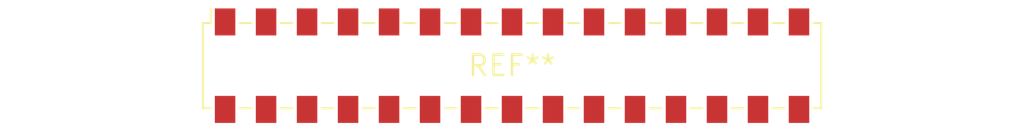
<source format=kicad_pcb>
(kicad_pcb (version 20240108) (generator pcbnew)
  (layers (0 "F.Cu" signal) (31 "B.Cu" signal) (34 "B.Paste" user) (35 "F.Paste" user) (36 "B.SilkS" user "B.Silkscreen") (37 "F.SilkS" user "F.Silkscreen") (38 "B.Mask" user) (39 "F.Mask" user) (44 "Edge.Cuts" user))
  (net 0 "")
  (footprint "Samtec_HLE-115-02-xxx-DV-BE-LC_2x15_P2.54mm_Horizontal" (layer "F.Cu") (at 0 0)
    (property "Reference" "REF**")
    (property "Value" "Samtec_HLE-115-02-xxx-DV-BE-LC_2x15_P2.54mm_Horizontal")
    (fp_line (start -19.16 -2.65) (end -19.16 2.65) (layer "F.SilkS") (stroke (width 0.12)))
    (fp_line (start -19.16 2.65) (end -18.675 2.65) (layer "F.SilkS") (stroke (width 0.12)))
    (fp_line (start -18.675 -3.56) (end -18.675 -2.65) (layer "F.SilkS") (stroke (width 0.12)))
    (fp_line (start -18.675 -2.65) (end -19.16 -2.65) (layer "F.SilkS") (stroke (width 0.12)))
    (fp_line (start -16.885 -2.65) (end -16.135 -2.65) (layer "F.SilkS") (stroke (width 0.12)))
    (fp_line (start -16.885 2.65) (end -16.135 2.65) (layer "F.SilkS") (stroke (width 0.12)))
    (fp_line (start -14.345 -2.65) (end -13.595 -2.65) (layer "F.SilkS") (stroke (width 0.12)))
    (fp_line (start -14.345 2.65) (end -13.595 2.65) (layer "F.SilkS") (stroke (width 0.12)))
    (fp_line (start -11.805 -2.65) (end -11.055 -2.65) (layer "F.SilkS") (stroke (width 0.12)))
    (fp_line (start -11.805 2.65) (end -11.055 2.65) (layer "F.SilkS") (stroke (width 0.12)))
    (fp_line (start -9.265 -2.65) (end -8.515 -2.65) (layer "F.SilkS") (stroke (width 0.12)))
    (fp_line (start -9.265 2.65) (end -8.515 2.65) (layer "F.SilkS") (stroke (width 0.12)))
    (fp_line (start -6.725 -2.65) (end -5.975 -2.65) (layer "F.SilkS") (stroke (width 0.12)))
    (fp_line (start -6.725 2.65) (end -5.975 2.65) (layer "F.SilkS") (stroke (width 0.12)))
    (fp_line (start -4.185 -2.65) (end -3.435 -2.65) (layer "F.SilkS") (stroke (width 0.12)))
    (fp_line (start -4.185 2.65) (end -3.435 2.65) (layer "F.SilkS") (stroke (width 0.12)))
    (fp_line (start -1.645 -2.65) (end -0.895 -2.65) (layer "F.SilkS") (stroke (width 0.12)))
    (fp_line (start -1.645 2.65) (end -0.895 2.65) (layer "F.SilkS") (stroke (width 0.12)))
    (fp_line (start 0.895 -2.65) (end 1.645 -2.65) (layer "F.SilkS") (stroke (width 0.12)))
    (fp_line (start 0.895 2.65) (end 1.645 2.65) (layer "F.SilkS") (stroke (width 0.12)))
    (fp_line (start 3.435 -2.65) (end 4.185 -2.65) (layer "F.SilkS") (stroke (width 0.12)))
    (fp_line (start 3.435 2.65) (end 4.185 2.65) (layer "F.SilkS") (stroke (width 0.12)))
    (fp_line (start 5.975 -2.65) (end 6.725 -2.65) (layer "F.SilkS") (stroke (width 0.12)))
    (fp_line (start 5.975 2.65) (end 6.725 2.65) (layer "F.SilkS") (stroke (width 0.12)))
    (fp_line (start 8.515 -2.65) (end 9.265 -2.65) (layer "F.SilkS") (stroke (width 0.12)))
    (fp_line (start 8.515 2.65) (end 9.265 2.65) (layer "F.SilkS") (stroke (width 0.12)))
    (fp_line (start 11.055 -2.65) (end 11.805 -2.65) (layer "F.SilkS") (stroke (width 0.12)))
    (fp_line (start 11.055 2.65) (end 11.805 2.65) (layer "F.SilkS") (stroke (width 0.12)))
    (fp_line (start 13.595 -2.65) (end 14.345 -2.65) (layer "F.SilkS") (stroke (width 0.12)))
    (fp_line (start 13.595 2.65) (end 14.345 2.65) (layer "F.SilkS") (stroke (width 0.12)))
    (fp_line (start 16.135 -2.65) (end 16.885 -2.65) (layer "F.SilkS") (stroke (width 0.12)))
    (fp_line (start 16.135 2.65) (end 16.885 2.65) (layer "F.SilkS") (stroke (width 0.12)))
    (fp_line (start 18.675 -2.65) (end 19.16 -2.65) (layer "F.SilkS") (stroke (width 0.12)))
    (fp_line (start 19.16 -2.65) (end 19.16 2.65) (layer "F.SilkS") (stroke (width 0.12)))
    (fp_line (start 19.16 2.65) (end 18.675 2.65) (layer "F.SilkS") (stroke (width 0.12)))
    (pad "" np_thru_hole circle (at -17.78 -1.27) (size 0.97 0.97) (drill 0.97) (layers *.Cu *.Mask))
    (pad "" np_thru_hole circle (at -17.78 1.27) (size 0.97 0.97) (drill 0.97) (layers *.Cu *.Mask))
    (pad "" np_thru_hole circle (at -16.51 0) (size 1.19 1.19) (drill 1.19) (layers *.Cu *.Mask))
    (pad "" np_thru_hole circle (at -15.24 -1.27) (size 0.97 0.97) (drill 0.97) (layers *.Cu *.Mask))
    (pad "" np_thru_hole circle (at -15.24 1.27) (size 0.97 0.97) (drill 0.97) (layers *.Cu *.Mask))
    (pad "" np_thru_hole circle (at -12.7 -1.27) (size 0.97 0.97) (drill 0.97) (layers *.Cu *.Mask))
    (pad "" np_thru_hole circle (at -12.7 1.27) (size 0.97 0.97) (drill 0.97) (layers *.Cu *.Mask))
    (pad "" np_thru_hole circle (at -10.16 -1.27) (size 0.97 0.97) (drill 0.97) (layers *.Cu *.Mask))
    (pad "" np_thru_hole circle (at -10.16 1.27) (size 0.97 0.97) (drill 0.97) (layers *.Cu *.Mask))
    (pad "" np_thru_hole circle (at -7.62 -1.27) (size 0.97 0.97) (drill 0.97) (layers *.Cu *.Mask))
    (pad "" np_thru_hole circle (at -7.62 1.27) (size 0.97 0.97) (drill 0.97) (layers *.Cu *.Mask))
    (pad "" np_thru_hole circle (at -5.08 -1.27) (size 0.97 0.97) (drill 0.97) (layers *.Cu *.Mask))
    (pad "" np_thru_hole circle (at -5.08 1.27) (size 0.97 0.97) (drill 0.97) (layers *.Cu *.Mask))
    (pad "" np_thru_hole circle (at -2.54 -1.27) (size 0.97 0.97) (drill 0.97) (layers *.Cu *.Mask))
    (pad "" np_thru_hole circle (at -2.54 1.27) (size 0.97 0.97) (drill 0.97) (layers *.Cu *.Mask))
    (pad "" np_thru_hole circle (at 0 -1.27) (size 0.97 0.97) (drill 0.97) (layers *.Cu *.Mask))
    (pad "" np_thru_hole circle (at 0 1.27) (size 0.97 0.97) (drill 0.97) (layers *.Cu *.Mask))
    (pad "" np_thru_hole circle (at 2.54 -1.27) (size 0.97 0.97) (drill 0.97) (layers *.Cu *.Mask))
    (pad "" np_thru_hole circle (at 2.54 1.27) (size 0.97 0.97) (drill 0.97) (layers *.Cu *.Mask))
    (pad "" np_thru_hole circle (at 5.08 -1.27) (size 0.97 0.97) (drill 0.97) (layers *.Cu *.Mask))
    (pad "" np_thru_hole circle (at 5.08 1.27) (size 0.97 0.97) (drill 0.97) (layers *.Cu *.Mask))
    (pad "" np_thru_hole circle (at 7.62 -1.27) (size 0.97 0.97) (drill 0.97) (layers *.Cu *.Mask))
    (pad "" np_thru_hole circle (at 7.62 1.27) (size 0.97 0.97) (drill 0.97) (layers *.Cu *.Mask))
    (pad "" np_thru_hole circle (at 10.16 -1.27) (size 0.97 0.97) (drill 0.97) (layers *.Cu *.Mask))
    (pad "" np_thru_hole circle (at 10.16 1.27) (size 0.97 0.97) (drill 0.97) (layers *.Cu *.Mask))
    (pad "" np_thru_hole circle (at 12.7 -1.27) (size 0.97 0.97) (drill 0.97) (layers *.Cu *.Mask))
    (pad "" np_thru_hole circle (at 12.7 1.27) (size 0.97 0.97) (drill 0.97) (layers *.Cu *.Mask))
    (pad "" np_thru_hole circle (at 15.24 -1.27) (size 0.97 0.97) (drill 0.97) (layers *.Cu *.Mask))
    (pad "" np_thru_hole circle (at 15.24 1.27) (size 0.97 0.97) (drill 0.97) (layers *.Cu *.Mask))
    (pad "" np_thru_hole circle (at 16.51 0) (size 1.19 1.19) (drill 1.19) (layers *.Cu *.Mask))
    (pad "" np_thru_hole circle (at 17.78 -1.27) (size 0.97 0.97) (drill 0.97) (layers *.Cu *.Mask))
    (pad "" np_thru_hole circle (at 17.78 1.27) (size 0.97 0.97) (drill 0.97) (layers *.Cu *.Mask))
    (pad "1" smd rect (at -17.78 -2.72) (size 1.27 1.68) (layers "F.Cu" "F.Paste" "F.Mask"))
    (pad "2" smd rect (at -17.78 2.72) (size 1.27 1.68) (layers "F.Cu" "F.Paste" "F.Mask"))
    (pad "3" smd rect (at -15.24 -2.72) (size 1.27 1.68) (layers "F.Cu" "F.Paste" "F.Mask"))
    (pad "4" smd rect (at -15.24 2.72) (size 1.27 1.68) (layers "F.Cu" "F.Paste" "F.Mask"))
    (pad "5" smd rect (at -12.7 -2.72) (size 1.27 1.68) (layers "F.Cu" "F.Paste" "F.Mask"))
    (pad "6" smd rect (at -12.7 2.72) (size 1.27 1.68) (layers "F.Cu" "F.Paste" "F.Mask"))
    (pad "7" smd rect (at -10.16 -2.72) (size 1.27 1.68) (layers "F.Cu" "F.Paste" "F.Mask"))
    (pad "8" smd rect (at -10.16 2.72) (size 1.27 1.68) (layers "F.Cu" "F.Paste" "F.Mask"))
    (pad "9" smd rect (at -7.62 -2.72) (size 1.27 1.68) (layers "F.Cu" "F.Paste" "F.Mask"))
    (pad "10" smd rect (at -7.62 2.72) (size 1.27 1.68) (layers "F.Cu" "F.Paste" "F.Mask"))
    (pad "11" smd rect (at -5.08 -2.72) (size 1.27 1.68) (layers "F.Cu" "F.Paste" "F.Mask"))
    (pad "12" smd rect (at -5.08 2.72) (size 1.27 1.68) (layers "F.Cu" "F.Paste" "F.Mask"))
    (pad "13" smd rect (at -2.54 -2.72) (size 1.27 1.68) (layers "F.Cu" "F.Paste" "F.Mask"))
    (pad "14" smd rect (at -2.54 2.72) (size 1.27 1.68) (layers "F.Cu" "F.Paste" "F.Mask"))
    (pad "15" smd rect (at 0 -2.72) (size 1.27 1.68) (layers "F.Cu" "F.Paste" "F.Mask"))
    (pad "16" smd rect (at 0 2.72) (size 1.27 1.68) (layers "F.Cu" "F.Paste" "F.Mask"))
    (pad "17" smd rect (at 2.54 -2.72) (size 1.27 1.68) (layers "F.Cu" "F.Paste" "F.Mask"))
    (pad "18" smd rect (at 2.54 2.72) (size 1.27 1.68) (layers "F.Cu" "F.Paste" "F.Mask"))
    (pad "19" smd rect (at 5.08 -2.72) (size 1.27 1.68) (layers "F.Cu" "F.Paste" "F.Mask"))
    (pad "20" smd rect (at 5.08 2.72) (size 1.27 1.68) (layers "F.Cu" "F.Paste" "F.Mask"))
    (pad "21" smd rect (at 7.62 -2.72) (size 1.27 1.68) (layers "F.Cu" "F.Paste" "F.Mask"))
    (pad "22" smd rect (at 7.62 2.72) (size 1.27 1.68) (layers "F.Cu" "F.Paste" "F.Mask"))
    (pad "23" smd rect (at 10.16 -2.72) (size 1.27 1.68) (layers "F.Cu" "F.Paste" "F.Mask"))
    (pad "24" smd rect (at 10.16 2.72) (size 1.27 1.68) (layers "F.Cu" "F.Paste" "F.Mask"))
    (pad "25" smd rect (at 12.7 -2.72) (size 1.27 1.68) (layers "F.Cu" "F.Paste" "F.Mask"))
    (pad "26" smd rect (at 12.7 2.72) (size 1.27 1.68) (layers "F.Cu" "F.Paste" "F.Mask"))
    (pad "27" smd rect (at 15.24 -2.72) (size 1.27 1.68) (layers "F.Cu" "F.Paste" "F.Mask"))
    (pad "28" smd rect (at 15.24 2.72) (size 1.27 1.68) (layers "F.Cu" "F.Paste" "F.Mask"))
    (pad "29" smd rect (at 17.78 -2.72) (size 1.27 1.68) (layers "F.Cu" "F.Paste" "F.Mask"))
    (pad "30" smd rect (at 17.78 2.72) (size 1.27 1.68) (layers "F.Cu" "F.Paste" "F.Mask"))
  )
)
</source>
